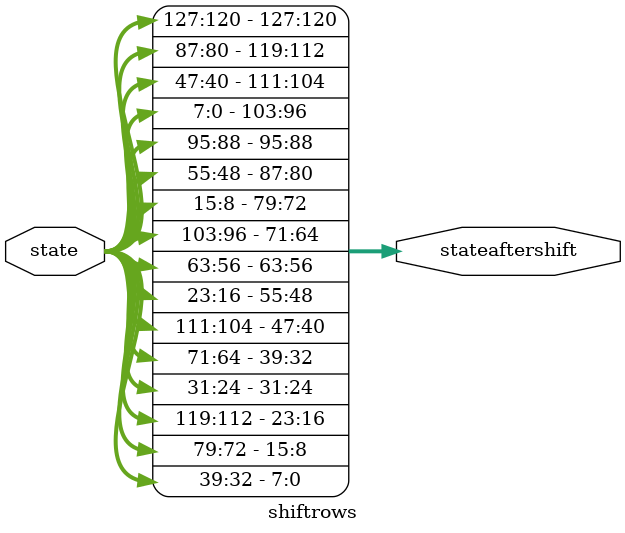
<source format=v>
module shiftrows(stateaftershift,state);
input[127:0] state;
output[127:0] stateaftershift;

assign stateaftershift[127:120] = state[127:120];
assign stateaftershift[119:112] = state[87:80];
assign stateaftershift[111:104] = state[47:40];
assign stateaftershift[103:96] = state[7:0];


assign stateaftershift[95:88] = state[95:88];
assign stateaftershift[87:80] = state[55:48];
assign stateaftershift[79:72] = state[15:8];
assign stateaftershift[71:64] = state[103:96];



assign stateaftershift[63:56] = state[63:56];
assign stateaftershift[55:48] = state[23:16];
assign stateaftershift[47:40] = state[111:104];
assign stateaftershift[39:32] = state[71:64];


assign stateaftershift[31:24] = state[31:24];
assign stateaftershift[23:16] = state[119:112];
assign stateaftershift[15:8] = state[79:72];
assign stateaftershift[7:0] = state[39:32];

endmodule
</source>
